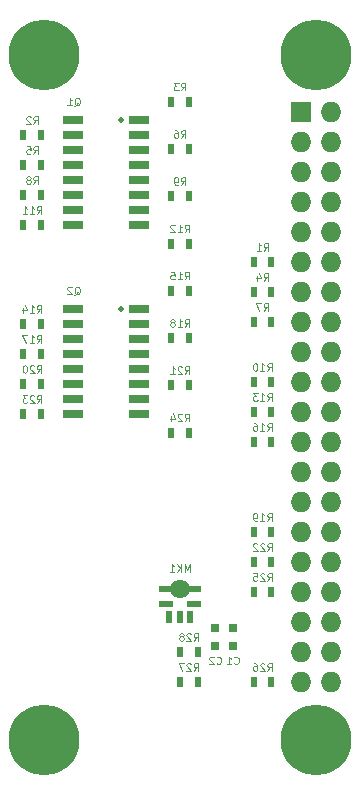
<source format=gbs>
%TF.GenerationSoftware,KiCad,Pcbnew,(2017-03-19 revision 2637835)-master*%
%TF.CreationDate,2017-03-30T20:36:30+01:00*%
%TF.ProjectId,kicad-rtep-audio-spectrum-analyser,6B696361642D727465702D617564696F,1.0.0*%
%TF.FileFunction,Soldermask,Bot*%
%TF.FilePolarity,Negative*%
%FSLAX46Y46*%
G04 Gerber Fmt 4.6, Leading zero omitted, Abs format (unit mm)*
G04 Created by KiCad (PCBNEW (2017-03-19 revision 2637835)-master) date Thursday, 30 March 2017 20:36:30*
%MOMM*%
%LPD*%
G01*
G04 APERTURE LIST*
%ADD10C,0.203200*%
%ADD11C,0.101600*%
%ADD12R,1.200000X0.522000*%
%ADD13R,0.600000X1.044000*%
%ADD14C,1.624000*%
%ADD15C,0.500000*%
%ADD16R,1.750000X0.650000*%
%ADD17R,0.500000X0.900000*%
%ADD18C,6.000000*%
%ADD19R,0.750000X0.800000*%
%ADD20O,1.727200X1.727200*%
%ADD21R,1.727200X1.727200*%
G04 APERTURE END LIST*
D10*
%TO.C,MK1*%
D11*
X831547Y-14787261D02*
X831547Y-14152261D01*
X619880Y-14605833D01*
X408214Y-14152261D01*
X408214Y-14787261D01*
X105833Y-14787261D02*
X105833Y-14152261D01*
X-257024Y-14787261D02*
X15119Y-14424404D01*
X-257024Y-14152261D02*
X105833Y-14515119D01*
X-861786Y-14787261D02*
X-498929Y-14787261D01*
X-680358Y-14787261D02*
X-680358Y-14152261D01*
X-619881Y-14242976D01*
X-559405Y-14303452D01*
X-498929Y-14333690D01*
%TO.C,Q1*%
X-8939524Y24652262D02*
X-8879048Y24682500D01*
X-8818572Y24742977D01*
X-8727858Y24833691D01*
X-8667381Y24863929D01*
X-8606905Y24863929D01*
X-8637143Y24712739D02*
X-8576667Y24742977D01*
X-8516191Y24803453D01*
X-8485953Y24924405D01*
X-8485953Y25136072D01*
X-8516191Y25257024D01*
X-8576667Y25317500D01*
X-8637143Y25347739D01*
X-8758096Y25347739D01*
X-8818572Y25317500D01*
X-8879048Y25257024D01*
X-8909286Y25136072D01*
X-8909286Y24924405D01*
X-8879048Y24803453D01*
X-8818572Y24742977D01*
X-8758096Y24712739D01*
X-8637143Y24712739D01*
X-9514048Y24712739D02*
X-9151191Y24712739D01*
X-9332620Y24712739D02*
X-9332620Y25347739D01*
X-9272143Y25257024D01*
X-9211667Y25196548D01*
X-9151191Y25166310D01*
%TO.C,Q2*%
X-8939524Y8652262D02*
X-8879048Y8682500D01*
X-8818572Y8742977D01*
X-8727858Y8833691D01*
X-8667381Y8863929D01*
X-8606905Y8863929D01*
X-8637143Y8712739D02*
X-8576667Y8742977D01*
X-8516191Y8803453D01*
X-8485953Y8924405D01*
X-8485953Y9136072D01*
X-8516191Y9257024D01*
X-8576667Y9317500D01*
X-8637143Y9347739D01*
X-8758096Y9347739D01*
X-8818572Y9317500D01*
X-8879048Y9257024D01*
X-8909286Y9136072D01*
X-8909286Y8924405D01*
X-8879048Y8803453D01*
X-8818572Y8742977D01*
X-8758096Y8712739D01*
X-8637143Y8712739D01*
X-9151191Y9287262D02*
X-9181429Y9317500D01*
X-9241905Y9347739D01*
X-9393096Y9347739D01*
X-9453572Y9317500D01*
X-9483810Y9287262D01*
X-9514048Y9226786D01*
X-9514048Y9166310D01*
X-9483810Y9075596D01*
X-9120953Y8712739D01*
X-9514048Y8712739D01*
%TO.C,R1*%
X7105833Y12392739D02*
X7317500Y12695120D01*
X7468690Y12392739D02*
X7468690Y13027739D01*
X7226785Y13027739D01*
X7166309Y12997500D01*
X7136071Y12967262D01*
X7105833Y12906786D01*
X7105833Y12816072D01*
X7136071Y12755596D01*
X7166309Y12725358D01*
X7226785Y12695120D01*
X7468690Y12695120D01*
X6501071Y12392739D02*
X6863928Y12392739D01*
X6682500Y12392739D02*
X6682500Y13027739D01*
X6742976Y12937024D01*
X6803452Y12876548D01*
X6863928Y12846310D01*
%TO.C,R2*%
X-12394167Y23137739D02*
X-12182500Y23440120D01*
X-12031310Y23137739D02*
X-12031310Y23772739D01*
X-12273215Y23772739D01*
X-12333691Y23742500D01*
X-12363929Y23712262D01*
X-12394167Y23651786D01*
X-12394167Y23561072D01*
X-12363929Y23500596D01*
X-12333691Y23470358D01*
X-12273215Y23440120D01*
X-12031310Y23440120D01*
X-12636072Y23712262D02*
X-12666310Y23742500D01*
X-12726786Y23772739D01*
X-12877977Y23772739D01*
X-12938453Y23742500D01*
X-12968691Y23712262D01*
X-12998929Y23651786D01*
X-12998929Y23591310D01*
X-12968691Y23500596D01*
X-12605834Y23137739D01*
X-12998929Y23137739D01*
%TO.C,R3*%
X105833Y25962739D02*
X317500Y26265120D01*
X468690Y25962739D02*
X468690Y26597739D01*
X226785Y26597739D01*
X166309Y26567500D01*
X136071Y26537262D01*
X105833Y26476786D01*
X105833Y26386072D01*
X136071Y26325596D01*
X166309Y26295358D01*
X226785Y26265120D01*
X468690Y26265120D01*
X-105834Y26597739D02*
X-498929Y26597739D01*
X-287262Y26355834D01*
X-377977Y26355834D01*
X-438453Y26325596D01*
X-468691Y26295358D01*
X-498929Y26234881D01*
X-498929Y26083691D01*
X-468691Y26023215D01*
X-438453Y25992977D01*
X-377977Y25962739D01*
X-196548Y25962739D01*
X-136072Y25992977D01*
X-105834Y26023215D01*
%TO.C,R4*%
X7105833Y9852739D02*
X7317500Y10155120D01*
X7468690Y9852739D02*
X7468690Y10487739D01*
X7226785Y10487739D01*
X7166309Y10457500D01*
X7136071Y10427262D01*
X7105833Y10366786D01*
X7105833Y10276072D01*
X7136071Y10215596D01*
X7166309Y10185358D01*
X7226785Y10155120D01*
X7468690Y10155120D01*
X6561547Y10276072D02*
X6561547Y9852739D01*
X6712738Y10517977D02*
X6863928Y10064405D01*
X6470833Y10064405D01*
%TO.C,R5*%
X-12394167Y20597739D02*
X-12182500Y20900120D01*
X-12031310Y20597739D02*
X-12031310Y21232739D01*
X-12273215Y21232739D01*
X-12333691Y21202500D01*
X-12363929Y21172262D01*
X-12394167Y21111786D01*
X-12394167Y21021072D01*
X-12363929Y20960596D01*
X-12333691Y20930358D01*
X-12273215Y20900120D01*
X-12031310Y20900120D01*
X-12968691Y21232739D02*
X-12666310Y21232739D01*
X-12636072Y20930358D01*
X-12666310Y20960596D01*
X-12726786Y20990834D01*
X-12877977Y20990834D01*
X-12938453Y20960596D01*
X-12968691Y20930358D01*
X-12998929Y20869881D01*
X-12998929Y20718691D01*
X-12968691Y20658215D01*
X-12938453Y20627977D01*
X-12877977Y20597739D01*
X-12726786Y20597739D01*
X-12666310Y20627977D01*
X-12636072Y20658215D01*
%TO.C,R6*%
X105833Y21962739D02*
X317500Y22265120D01*
X468690Y21962739D02*
X468690Y22597739D01*
X226785Y22597739D01*
X166309Y22567500D01*
X136071Y22537262D01*
X105833Y22476786D01*
X105833Y22386072D01*
X136071Y22325596D01*
X166309Y22295358D01*
X226785Y22265120D01*
X468690Y22265120D01*
X-438453Y22597739D02*
X-317500Y22597739D01*
X-257024Y22567500D01*
X-226786Y22537262D01*
X-166310Y22446548D01*
X-136072Y22325596D01*
X-136072Y22083691D01*
X-166310Y22023215D01*
X-196548Y21992977D01*
X-257024Y21962739D01*
X-377977Y21962739D01*
X-438453Y21992977D01*
X-468691Y22023215D01*
X-498929Y22083691D01*
X-498929Y22234881D01*
X-468691Y22295358D01*
X-438453Y22325596D01*
X-377977Y22355834D01*
X-257024Y22355834D01*
X-196548Y22325596D01*
X-166310Y22295358D01*
X-136072Y22234881D01*
%TO.C,R7*%
X7105833Y7312739D02*
X7317500Y7615120D01*
X7468690Y7312739D02*
X7468690Y7947739D01*
X7226785Y7947739D01*
X7166309Y7917500D01*
X7136071Y7887262D01*
X7105833Y7826786D01*
X7105833Y7736072D01*
X7136071Y7675596D01*
X7166309Y7645358D01*
X7226785Y7615120D01*
X7468690Y7615120D01*
X6894166Y7947739D02*
X6470833Y7947739D01*
X6742976Y7312739D01*
%TO.C,R8*%
X-12394167Y18057739D02*
X-12182500Y18360120D01*
X-12031310Y18057739D02*
X-12031310Y18692739D01*
X-12273215Y18692739D01*
X-12333691Y18662500D01*
X-12363929Y18632262D01*
X-12394167Y18571786D01*
X-12394167Y18481072D01*
X-12363929Y18420596D01*
X-12333691Y18390358D01*
X-12273215Y18360120D01*
X-12031310Y18360120D01*
X-12757024Y18420596D02*
X-12696548Y18450834D01*
X-12666310Y18481072D01*
X-12636072Y18541548D01*
X-12636072Y18571786D01*
X-12666310Y18632262D01*
X-12696548Y18662500D01*
X-12757024Y18692739D01*
X-12877977Y18692739D01*
X-12938453Y18662500D01*
X-12968691Y18632262D01*
X-12998929Y18571786D01*
X-12998929Y18541548D01*
X-12968691Y18481072D01*
X-12938453Y18450834D01*
X-12877977Y18420596D01*
X-12757024Y18420596D01*
X-12696548Y18390358D01*
X-12666310Y18360120D01*
X-12636072Y18299643D01*
X-12636072Y18178691D01*
X-12666310Y18118215D01*
X-12696548Y18087977D01*
X-12757024Y18057739D01*
X-12877977Y18057739D01*
X-12938453Y18087977D01*
X-12968691Y18118215D01*
X-12998929Y18178691D01*
X-12998929Y18299643D01*
X-12968691Y18360120D01*
X-12938453Y18390358D01*
X-12877977Y18420596D01*
%TO.C,R9*%
X105833Y17962739D02*
X317500Y18265120D01*
X468690Y17962739D02*
X468690Y18597739D01*
X226785Y18597739D01*
X166309Y18567500D01*
X136071Y18537262D01*
X105833Y18476786D01*
X105833Y18386072D01*
X136071Y18325596D01*
X166309Y18295358D01*
X226785Y18265120D01*
X468690Y18265120D01*
X-196548Y17962739D02*
X-317500Y17962739D01*
X-377977Y17992977D01*
X-408215Y18023215D01*
X-468691Y18113929D01*
X-498929Y18234881D01*
X-498929Y18476786D01*
X-468691Y18537262D01*
X-438453Y18567500D01*
X-377977Y18597739D01*
X-257024Y18597739D01*
X-196548Y18567500D01*
X-166310Y18537262D01*
X-136072Y18476786D01*
X-136072Y18325596D01*
X-166310Y18265120D01*
X-196548Y18234881D01*
X-257024Y18204643D01*
X-377977Y18204643D01*
X-438453Y18234881D01*
X-468691Y18265120D01*
X-498929Y18325596D01*
%TO.C,R10*%
X7408214Y2232739D02*
X7619880Y2535120D01*
X7771071Y2232739D02*
X7771071Y2867739D01*
X7529166Y2867739D01*
X7468690Y2837500D01*
X7438452Y2807262D01*
X7408214Y2746786D01*
X7408214Y2656072D01*
X7438452Y2595596D01*
X7468690Y2565358D01*
X7529166Y2535120D01*
X7771071Y2535120D01*
X6803452Y2232739D02*
X7166309Y2232739D01*
X6984880Y2232739D02*
X6984880Y2867739D01*
X7045357Y2777024D01*
X7105833Y2716548D01*
X7166309Y2686310D01*
X6410357Y2867739D02*
X6349880Y2867739D01*
X6289404Y2837500D01*
X6259166Y2807262D01*
X6228928Y2746786D01*
X6198690Y2625834D01*
X6198690Y2474643D01*
X6228928Y2353691D01*
X6259166Y2293215D01*
X6289404Y2262977D01*
X6349880Y2232739D01*
X6410357Y2232739D01*
X6470833Y2262977D01*
X6501071Y2293215D01*
X6531309Y2353691D01*
X6561547Y2474643D01*
X6561547Y2625834D01*
X6531309Y2746786D01*
X6501071Y2807262D01*
X6470833Y2837500D01*
X6410357Y2867739D01*
%TO.C,R11*%
X-12091786Y15517739D02*
X-11880120Y15820120D01*
X-11728929Y15517739D02*
X-11728929Y16152739D01*
X-11970834Y16152739D01*
X-12031310Y16122500D01*
X-12061548Y16092262D01*
X-12091786Y16031786D01*
X-12091786Y15941072D01*
X-12061548Y15880596D01*
X-12031310Y15850358D01*
X-11970834Y15820120D01*
X-11728929Y15820120D01*
X-12696548Y15517739D02*
X-12333691Y15517739D01*
X-12515120Y15517739D02*
X-12515120Y16152739D01*
X-12454643Y16062024D01*
X-12394167Y16001548D01*
X-12333691Y15971310D01*
X-13301310Y15517739D02*
X-12938453Y15517739D01*
X-13119881Y15517739D02*
X-13119881Y16152739D01*
X-13059405Y16062024D01*
X-12998929Y16001548D01*
X-12938453Y15971310D01*
%TO.C,R12*%
X408214Y13962739D02*
X619880Y14265120D01*
X771071Y13962739D02*
X771071Y14597739D01*
X529166Y14597739D01*
X468690Y14567500D01*
X438452Y14537262D01*
X408214Y14476786D01*
X408214Y14386072D01*
X438452Y14325596D01*
X468690Y14295358D01*
X529166Y14265120D01*
X771071Y14265120D01*
X-196548Y13962739D02*
X166309Y13962739D01*
X-15120Y13962739D02*
X-15120Y14597739D01*
X45357Y14507024D01*
X105833Y14446548D01*
X166309Y14416310D01*
X-438453Y14537262D02*
X-468691Y14567500D01*
X-529167Y14597739D01*
X-680358Y14597739D01*
X-740834Y14567500D01*
X-771072Y14537262D01*
X-801310Y14476786D01*
X-801310Y14416310D01*
X-771072Y14325596D01*
X-408215Y13962739D01*
X-801310Y13962739D01*
%TO.C,R13*%
X7408214Y-307261D02*
X7619880Y-4880D01*
X7771071Y-307261D02*
X7771071Y327739D01*
X7529166Y327739D01*
X7468690Y297500D01*
X7438452Y267262D01*
X7408214Y206786D01*
X7408214Y116072D01*
X7438452Y55596D01*
X7468690Y25358D01*
X7529166Y-4880D01*
X7771071Y-4880D01*
X6803452Y-307261D02*
X7166309Y-307261D01*
X6984880Y-307261D02*
X6984880Y327739D01*
X7045357Y237024D01*
X7105833Y176548D01*
X7166309Y146310D01*
X6591785Y327739D02*
X6198690Y327739D01*
X6410357Y85834D01*
X6319642Y85834D01*
X6259166Y55596D01*
X6228928Y25358D01*
X6198690Y-35119D01*
X6198690Y-186309D01*
X6228928Y-246785D01*
X6259166Y-277023D01*
X6319642Y-307261D01*
X6501071Y-307261D01*
X6561547Y-277023D01*
X6591785Y-246785D01*
%TO.C,R14*%
X-12091786Y7137739D02*
X-11880120Y7440120D01*
X-11728929Y7137739D02*
X-11728929Y7772739D01*
X-11970834Y7772739D01*
X-12031310Y7742500D01*
X-12061548Y7712262D01*
X-12091786Y7651786D01*
X-12091786Y7561072D01*
X-12061548Y7500596D01*
X-12031310Y7470358D01*
X-11970834Y7440120D01*
X-11728929Y7440120D01*
X-12696548Y7137739D02*
X-12333691Y7137739D01*
X-12515120Y7137739D02*
X-12515120Y7772739D01*
X-12454643Y7682024D01*
X-12394167Y7621548D01*
X-12333691Y7591310D01*
X-13240834Y7561072D02*
X-13240834Y7137739D01*
X-13089643Y7802977D02*
X-12938453Y7349405D01*
X-13331548Y7349405D01*
%TO.C,R15*%
X408214Y9962739D02*
X619880Y10265120D01*
X771071Y9962739D02*
X771071Y10597739D01*
X529166Y10597739D01*
X468690Y10567500D01*
X438452Y10537262D01*
X408214Y10476786D01*
X408214Y10386072D01*
X438452Y10325596D01*
X468690Y10295358D01*
X529166Y10265120D01*
X771071Y10265120D01*
X-196548Y9962739D02*
X166309Y9962739D01*
X-15120Y9962739D02*
X-15120Y10597739D01*
X45357Y10507024D01*
X105833Y10446548D01*
X166309Y10416310D01*
X-771072Y10597739D02*
X-468691Y10597739D01*
X-438453Y10295358D01*
X-468691Y10325596D01*
X-529167Y10355834D01*
X-680358Y10355834D01*
X-740834Y10325596D01*
X-771072Y10295358D01*
X-801310Y10234881D01*
X-801310Y10083691D01*
X-771072Y10023215D01*
X-740834Y9992977D01*
X-680358Y9962739D01*
X-529167Y9962739D01*
X-468691Y9992977D01*
X-438453Y10023215D01*
%TO.C,R16*%
X7408214Y-2847261D02*
X7619880Y-2544880D01*
X7771071Y-2847261D02*
X7771071Y-2212261D01*
X7529166Y-2212261D01*
X7468690Y-2242500D01*
X7438452Y-2272738D01*
X7408214Y-2333214D01*
X7408214Y-2423928D01*
X7438452Y-2484404D01*
X7468690Y-2514642D01*
X7529166Y-2544880D01*
X7771071Y-2544880D01*
X6803452Y-2847261D02*
X7166309Y-2847261D01*
X6984880Y-2847261D02*
X6984880Y-2212261D01*
X7045357Y-2302976D01*
X7105833Y-2363452D01*
X7166309Y-2393690D01*
X6259166Y-2212261D02*
X6380119Y-2212261D01*
X6440595Y-2242500D01*
X6470833Y-2272738D01*
X6531309Y-2363452D01*
X6561547Y-2484404D01*
X6561547Y-2726309D01*
X6531309Y-2786785D01*
X6501071Y-2817023D01*
X6440595Y-2847261D01*
X6319642Y-2847261D01*
X6259166Y-2817023D01*
X6228928Y-2786785D01*
X6198690Y-2726309D01*
X6198690Y-2575119D01*
X6228928Y-2514642D01*
X6259166Y-2484404D01*
X6319642Y-2454166D01*
X6440595Y-2454166D01*
X6501071Y-2484404D01*
X6531309Y-2514642D01*
X6561547Y-2575119D01*
%TO.C,R17*%
X-12091786Y4597739D02*
X-11880120Y4900120D01*
X-11728929Y4597739D02*
X-11728929Y5232739D01*
X-11970834Y5232739D01*
X-12031310Y5202500D01*
X-12061548Y5172262D01*
X-12091786Y5111786D01*
X-12091786Y5021072D01*
X-12061548Y4960596D01*
X-12031310Y4930358D01*
X-11970834Y4900120D01*
X-11728929Y4900120D01*
X-12696548Y4597739D02*
X-12333691Y4597739D01*
X-12515120Y4597739D02*
X-12515120Y5232739D01*
X-12454643Y5142024D01*
X-12394167Y5081548D01*
X-12333691Y5051310D01*
X-12908215Y5232739D02*
X-13331548Y5232739D01*
X-13059405Y4597739D01*
%TO.C,R18*%
X408214Y5962739D02*
X619880Y6265120D01*
X771071Y5962739D02*
X771071Y6597739D01*
X529166Y6597739D01*
X468690Y6567500D01*
X438452Y6537262D01*
X408214Y6476786D01*
X408214Y6386072D01*
X438452Y6325596D01*
X468690Y6295358D01*
X529166Y6265120D01*
X771071Y6265120D01*
X-196548Y5962739D02*
X166309Y5962739D01*
X-15120Y5962739D02*
X-15120Y6597739D01*
X45357Y6507024D01*
X105833Y6446548D01*
X166309Y6416310D01*
X-559405Y6325596D02*
X-498929Y6355834D01*
X-468691Y6386072D01*
X-438453Y6446548D01*
X-438453Y6476786D01*
X-468691Y6537262D01*
X-498929Y6567500D01*
X-559405Y6597739D01*
X-680358Y6597739D01*
X-740834Y6567500D01*
X-771072Y6537262D01*
X-801310Y6476786D01*
X-801310Y6446548D01*
X-771072Y6386072D01*
X-740834Y6355834D01*
X-680358Y6325596D01*
X-559405Y6325596D01*
X-498929Y6295358D01*
X-468691Y6265120D01*
X-438453Y6204643D01*
X-438453Y6083691D01*
X-468691Y6023215D01*
X-498929Y5992977D01*
X-559405Y5962739D01*
X-680358Y5962739D01*
X-740834Y5992977D01*
X-771072Y6023215D01*
X-801310Y6083691D01*
X-801310Y6204643D01*
X-771072Y6265120D01*
X-740834Y6295358D01*
X-680358Y6325596D01*
%TO.C,R19*%
X7408214Y-10467261D02*
X7619880Y-10164880D01*
X7771071Y-10467261D02*
X7771071Y-9832261D01*
X7529166Y-9832261D01*
X7468690Y-9862500D01*
X7438452Y-9892738D01*
X7408214Y-9953214D01*
X7408214Y-10043928D01*
X7438452Y-10104404D01*
X7468690Y-10134642D01*
X7529166Y-10164880D01*
X7771071Y-10164880D01*
X6803452Y-10467261D02*
X7166309Y-10467261D01*
X6984880Y-10467261D02*
X6984880Y-9832261D01*
X7045357Y-9922976D01*
X7105833Y-9983452D01*
X7166309Y-10013690D01*
X6501071Y-10467261D02*
X6380119Y-10467261D01*
X6319642Y-10437023D01*
X6289404Y-10406785D01*
X6228928Y-10316071D01*
X6198690Y-10195119D01*
X6198690Y-9953214D01*
X6228928Y-9892738D01*
X6259166Y-9862500D01*
X6319642Y-9832261D01*
X6440595Y-9832261D01*
X6501071Y-9862500D01*
X6531309Y-9892738D01*
X6561547Y-9953214D01*
X6561547Y-10104404D01*
X6531309Y-10164880D01*
X6501071Y-10195119D01*
X6440595Y-10225357D01*
X6319642Y-10225357D01*
X6259166Y-10195119D01*
X6228928Y-10164880D01*
X6198690Y-10104404D01*
%TO.C,R20*%
X-12091786Y2057739D02*
X-11880120Y2360120D01*
X-11728929Y2057739D02*
X-11728929Y2692739D01*
X-11970834Y2692739D01*
X-12031310Y2662500D01*
X-12061548Y2632262D01*
X-12091786Y2571786D01*
X-12091786Y2481072D01*
X-12061548Y2420596D01*
X-12031310Y2390358D01*
X-11970834Y2360120D01*
X-11728929Y2360120D01*
X-12333691Y2632262D02*
X-12363929Y2662500D01*
X-12424405Y2692739D01*
X-12575596Y2692739D01*
X-12636072Y2662500D01*
X-12666310Y2632262D01*
X-12696548Y2571786D01*
X-12696548Y2511310D01*
X-12666310Y2420596D01*
X-12303453Y2057739D01*
X-12696548Y2057739D01*
X-13089643Y2692739D02*
X-13150120Y2692739D01*
X-13210596Y2662500D01*
X-13240834Y2632262D01*
X-13271072Y2571786D01*
X-13301310Y2450834D01*
X-13301310Y2299643D01*
X-13271072Y2178691D01*
X-13240834Y2118215D01*
X-13210596Y2087977D01*
X-13150120Y2057739D01*
X-13089643Y2057739D01*
X-13029167Y2087977D01*
X-12998929Y2118215D01*
X-12968691Y2178691D01*
X-12938453Y2299643D01*
X-12938453Y2450834D01*
X-12968691Y2571786D01*
X-12998929Y2632262D01*
X-13029167Y2662500D01*
X-13089643Y2692739D01*
%TO.C,R21*%
X408214Y1962739D02*
X619880Y2265120D01*
X771071Y1962739D02*
X771071Y2597739D01*
X529166Y2597739D01*
X468690Y2567500D01*
X438452Y2537262D01*
X408214Y2476786D01*
X408214Y2386072D01*
X438452Y2325596D01*
X468690Y2295358D01*
X529166Y2265120D01*
X771071Y2265120D01*
X166309Y2537262D02*
X136071Y2567500D01*
X75595Y2597739D01*
X-75596Y2597739D01*
X-136072Y2567500D01*
X-166310Y2537262D01*
X-196548Y2476786D01*
X-196548Y2416310D01*
X-166310Y2325596D01*
X196547Y1962739D01*
X-196548Y1962739D01*
X-801310Y1962739D02*
X-438453Y1962739D01*
X-619881Y1962739D02*
X-619881Y2597739D01*
X-559405Y2507024D01*
X-498929Y2446548D01*
X-438453Y2416310D01*
%TO.C,R22*%
X7408214Y-13007261D02*
X7619880Y-12704880D01*
X7771071Y-13007261D02*
X7771071Y-12372261D01*
X7529166Y-12372261D01*
X7468690Y-12402500D01*
X7438452Y-12432738D01*
X7408214Y-12493214D01*
X7408214Y-12583928D01*
X7438452Y-12644404D01*
X7468690Y-12674642D01*
X7529166Y-12704880D01*
X7771071Y-12704880D01*
X7166309Y-12432738D02*
X7136071Y-12402500D01*
X7075595Y-12372261D01*
X6924404Y-12372261D01*
X6863928Y-12402500D01*
X6833690Y-12432738D01*
X6803452Y-12493214D01*
X6803452Y-12553690D01*
X6833690Y-12644404D01*
X7196547Y-13007261D01*
X6803452Y-13007261D01*
X6561547Y-12432738D02*
X6531309Y-12402500D01*
X6470833Y-12372261D01*
X6319642Y-12372261D01*
X6259166Y-12402500D01*
X6228928Y-12432738D01*
X6198690Y-12493214D01*
X6198690Y-12553690D01*
X6228928Y-12644404D01*
X6591785Y-13007261D01*
X6198690Y-13007261D01*
%TO.C,R23*%
X-12091786Y-482261D02*
X-11880120Y-179880D01*
X-11728929Y-482261D02*
X-11728929Y152739D01*
X-11970834Y152739D01*
X-12031310Y122500D01*
X-12061548Y92262D01*
X-12091786Y31786D01*
X-12091786Y-58928D01*
X-12061548Y-119404D01*
X-12031310Y-149642D01*
X-11970834Y-179880D01*
X-11728929Y-179880D01*
X-12333691Y92262D02*
X-12363929Y122500D01*
X-12424405Y152739D01*
X-12575596Y152739D01*
X-12636072Y122500D01*
X-12666310Y92262D01*
X-12696548Y31786D01*
X-12696548Y-28690D01*
X-12666310Y-119404D01*
X-12303453Y-482261D01*
X-12696548Y-482261D01*
X-12908215Y152739D02*
X-13301310Y152739D01*
X-13089643Y-89166D01*
X-13180358Y-89166D01*
X-13240834Y-119404D01*
X-13271072Y-149642D01*
X-13301310Y-210119D01*
X-13301310Y-361309D01*
X-13271072Y-421785D01*
X-13240834Y-452023D01*
X-13180358Y-482261D01*
X-12998929Y-482261D01*
X-12938453Y-452023D01*
X-12908215Y-421785D01*
%TO.C,R24*%
X408214Y-2037261D02*
X619880Y-1734880D01*
X771071Y-2037261D02*
X771071Y-1402261D01*
X529166Y-1402261D01*
X468690Y-1432500D01*
X438452Y-1462738D01*
X408214Y-1523214D01*
X408214Y-1613928D01*
X438452Y-1674404D01*
X468690Y-1704642D01*
X529166Y-1734880D01*
X771071Y-1734880D01*
X166309Y-1462738D02*
X136071Y-1432500D01*
X75595Y-1402261D01*
X-75596Y-1402261D01*
X-136072Y-1432500D01*
X-166310Y-1462738D01*
X-196548Y-1523214D01*
X-196548Y-1583690D01*
X-166310Y-1674404D01*
X196547Y-2037261D01*
X-196548Y-2037261D01*
X-740834Y-1613928D02*
X-740834Y-2037261D01*
X-589643Y-1372023D02*
X-438453Y-1825595D01*
X-831548Y-1825595D01*
%TO.C,R25*%
X7408214Y-15547261D02*
X7619880Y-15244880D01*
X7771071Y-15547261D02*
X7771071Y-14912261D01*
X7529166Y-14912261D01*
X7468690Y-14942500D01*
X7438452Y-14972738D01*
X7408214Y-15033214D01*
X7408214Y-15123928D01*
X7438452Y-15184404D01*
X7468690Y-15214642D01*
X7529166Y-15244880D01*
X7771071Y-15244880D01*
X7166309Y-14972738D02*
X7136071Y-14942500D01*
X7075595Y-14912261D01*
X6924404Y-14912261D01*
X6863928Y-14942500D01*
X6833690Y-14972738D01*
X6803452Y-15033214D01*
X6803452Y-15093690D01*
X6833690Y-15184404D01*
X7196547Y-15547261D01*
X6803452Y-15547261D01*
X6228928Y-14912261D02*
X6531309Y-14912261D01*
X6561547Y-15214642D01*
X6531309Y-15184404D01*
X6470833Y-15154166D01*
X6319642Y-15154166D01*
X6259166Y-15184404D01*
X6228928Y-15214642D01*
X6198690Y-15275119D01*
X6198690Y-15426309D01*
X6228928Y-15486785D01*
X6259166Y-15517023D01*
X6319642Y-15547261D01*
X6470833Y-15547261D01*
X6531309Y-15517023D01*
X6561547Y-15486785D01*
%TO.C,R26*%
X7408214Y-23167261D02*
X7619880Y-22864880D01*
X7771071Y-23167261D02*
X7771071Y-22532261D01*
X7529166Y-22532261D01*
X7468690Y-22562500D01*
X7438452Y-22592738D01*
X7408214Y-22653214D01*
X7408214Y-22743928D01*
X7438452Y-22804404D01*
X7468690Y-22834642D01*
X7529166Y-22864880D01*
X7771071Y-22864880D01*
X7166309Y-22592738D02*
X7136071Y-22562500D01*
X7075595Y-22532261D01*
X6924404Y-22532261D01*
X6863928Y-22562500D01*
X6833690Y-22592738D01*
X6803452Y-22653214D01*
X6803452Y-22713690D01*
X6833690Y-22804404D01*
X7196547Y-23167261D01*
X6803452Y-23167261D01*
X6259166Y-22532261D02*
X6380119Y-22532261D01*
X6440595Y-22562500D01*
X6470833Y-22592738D01*
X6531309Y-22683452D01*
X6561547Y-22804404D01*
X6561547Y-23046309D01*
X6531309Y-23106785D01*
X6501071Y-23137023D01*
X6440595Y-23167261D01*
X6319642Y-23167261D01*
X6259166Y-23137023D01*
X6228928Y-23106785D01*
X6198690Y-23046309D01*
X6198690Y-22895119D01*
X6228928Y-22834642D01*
X6259166Y-22804404D01*
X6319642Y-22774166D01*
X6440595Y-22774166D01*
X6501071Y-22804404D01*
X6531309Y-22834642D01*
X6561547Y-22895119D01*
%TO.C,R27*%
X1158214Y-23167261D02*
X1369880Y-22864880D01*
X1521071Y-23167261D02*
X1521071Y-22532261D01*
X1279166Y-22532261D01*
X1218690Y-22562500D01*
X1188452Y-22592738D01*
X1158214Y-22653214D01*
X1158214Y-22743928D01*
X1188452Y-22804404D01*
X1218690Y-22834642D01*
X1279166Y-22864880D01*
X1521071Y-22864880D01*
X916309Y-22592738D02*
X886071Y-22562500D01*
X825595Y-22532261D01*
X674404Y-22532261D01*
X613928Y-22562500D01*
X583690Y-22592738D01*
X553452Y-22653214D01*
X553452Y-22713690D01*
X583690Y-22804404D01*
X946547Y-23167261D01*
X553452Y-23167261D01*
X341785Y-22532261D02*
X-81548Y-22532261D01*
X190595Y-23167261D01*
%TO.C,R28*%
X1158214Y-20627261D02*
X1369880Y-20324880D01*
X1521071Y-20627261D02*
X1521071Y-19992261D01*
X1279166Y-19992261D01*
X1218690Y-20022500D01*
X1188452Y-20052738D01*
X1158214Y-20113214D01*
X1158214Y-20203928D01*
X1188452Y-20264404D01*
X1218690Y-20294642D01*
X1279166Y-20324880D01*
X1521071Y-20324880D01*
X916309Y-20052738D02*
X886071Y-20022500D01*
X825595Y-19992261D01*
X674404Y-19992261D01*
X613928Y-20022500D01*
X583690Y-20052738D01*
X553452Y-20113214D01*
X553452Y-20173690D01*
X583690Y-20264404D01*
X946547Y-20627261D01*
X553452Y-20627261D01*
X190595Y-20264404D02*
X251071Y-20234166D01*
X281309Y-20203928D01*
X311547Y-20143452D01*
X311547Y-20113214D01*
X281309Y-20052738D01*
X251071Y-20022500D01*
X190595Y-19992261D01*
X69642Y-19992261D01*
X9166Y-20022500D01*
X-21072Y-20052738D01*
X-51310Y-20113214D01*
X-51310Y-20143452D01*
X-21072Y-20203928D01*
X9166Y-20234166D01*
X69642Y-20264404D01*
X190595Y-20264404D01*
X251071Y-20294642D01*
X281309Y-20324880D01*
X311547Y-20385357D01*
X311547Y-20506309D01*
X281309Y-20566785D01*
X251071Y-20597023D01*
X190595Y-20627261D01*
X69642Y-20627261D01*
X9166Y-20597023D01*
X-21072Y-20566785D01*
X-51310Y-20506309D01*
X-51310Y-20385357D01*
X-21072Y-20324880D01*
X9166Y-20294642D01*
X69642Y-20264404D01*
%TO.C,C1*%
X4605833Y-22546785D02*
X4636071Y-22577023D01*
X4726785Y-22607261D01*
X4787261Y-22607261D01*
X4877976Y-22577023D01*
X4938452Y-22516547D01*
X4968690Y-22456071D01*
X4998928Y-22335119D01*
X4998928Y-22244404D01*
X4968690Y-22123452D01*
X4938452Y-22062976D01*
X4877976Y-22002500D01*
X4787261Y-21972261D01*
X4726785Y-21972261D01*
X4636071Y-22002500D01*
X4605833Y-22032738D01*
X4001071Y-22607261D02*
X4363928Y-22607261D01*
X4182500Y-22607261D02*
X4182500Y-21972261D01*
X4242976Y-22062976D01*
X4303452Y-22123452D01*
X4363928Y-22153690D01*
%TO.C,C2*%
X3105833Y-22546785D02*
X3136071Y-22577023D01*
X3226785Y-22607261D01*
X3287261Y-22607261D01*
X3377976Y-22577023D01*
X3438452Y-22516547D01*
X3468690Y-22456071D01*
X3498928Y-22335119D01*
X3498928Y-22244404D01*
X3468690Y-22123452D01*
X3438452Y-22062976D01*
X3377976Y-22002500D01*
X3287261Y-21972261D01*
X3226785Y-21972261D01*
X3136071Y-22002500D01*
X3105833Y-22032738D01*
X2863928Y-22032738D02*
X2833690Y-22002500D01*
X2773214Y-21972261D01*
X2622023Y-21972261D01*
X2561547Y-22002500D01*
X2531309Y-22032738D01*
X2501071Y-22093214D01*
X2501071Y-22153690D01*
X2531309Y-22244404D01*
X2894166Y-22607261D01*
X2501071Y-22607261D01*
%TD*%
D12*
%TO.C,MK1*%
X1200000Y-16250000D03*
X-1200000Y-16250000D03*
X1200000Y-17502000D03*
X-1200000Y-17502000D03*
D13*
X900000Y-18585000D03*
X-900000Y-18585000D03*
X0Y-18585000D03*
D14*
X0Y-16250000D03*
%TD*%
D15*
%TO.C,Q1*%
X-4980000Y23445000D03*
D16*
X-9050000Y23445000D03*
X-9050000Y22175000D03*
X-9050000Y20905000D03*
X-9050000Y19635000D03*
X-9050000Y18365000D03*
X-9050000Y17095000D03*
X-9050000Y15825000D03*
X-9050000Y14555000D03*
X-3450000Y14555000D03*
X-3450000Y15825000D03*
X-3450000Y17095000D03*
X-3450000Y18365000D03*
X-3450000Y19635000D03*
X-3450000Y20905000D03*
X-3450000Y22175000D03*
X-3450000Y23445000D03*
%TD*%
D15*
%TO.C,Q2*%
X-4980000Y7445000D03*
D16*
X-9050000Y7445000D03*
X-9050000Y6175000D03*
X-9050000Y4905000D03*
X-9050000Y3635000D03*
X-9050000Y2365000D03*
X-9050000Y1095000D03*
X-9050000Y-175000D03*
X-9050000Y-1445000D03*
X-3450000Y-1445000D03*
X-3450000Y-175000D03*
X-3450000Y1095000D03*
X-3450000Y2365000D03*
X-3450000Y3635000D03*
X-3450000Y4905000D03*
X-3450000Y6175000D03*
X-3450000Y7445000D03*
%TD*%
D17*
%TO.C,R1*%
X6250000Y11430000D03*
X7750000Y11430000D03*
%TD*%
%TO.C,R2*%
X-11750000Y22175000D03*
X-13250000Y22175000D03*
%TD*%
%TO.C,R3*%
X750000Y25000000D03*
X-750000Y25000000D03*
%TD*%
%TO.C,R4*%
X6250000Y8890000D03*
X7750000Y8890000D03*
%TD*%
%TO.C,R5*%
X-11750000Y19635000D03*
X-13250000Y19635000D03*
%TD*%
%TO.C,R6*%
X750000Y21000000D03*
X-750000Y21000000D03*
%TD*%
%TO.C,R7*%
X6250000Y6350000D03*
X7750000Y6350000D03*
%TD*%
%TO.C,R8*%
X-11750000Y17095000D03*
X-13250000Y17095000D03*
%TD*%
%TO.C,R9*%
X750000Y17000000D03*
X-750000Y17000000D03*
%TD*%
%TO.C,R10*%
X6250000Y1270000D03*
X7750000Y1270000D03*
%TD*%
%TO.C,R11*%
X-11750000Y14555000D03*
X-13250000Y14555000D03*
%TD*%
%TO.C,R12*%
X750000Y13000000D03*
X-750000Y13000000D03*
%TD*%
%TO.C,R13*%
X6250000Y-1270000D03*
X7750000Y-1270000D03*
%TD*%
%TO.C,R14*%
X-11750000Y6175000D03*
X-13250000Y6175000D03*
%TD*%
%TO.C,R15*%
X750000Y9000000D03*
X-750000Y9000000D03*
%TD*%
%TO.C,R16*%
X6250000Y-3810000D03*
X7750000Y-3810000D03*
%TD*%
%TO.C,R17*%
X-11750000Y3635000D03*
X-13250000Y3635000D03*
%TD*%
%TO.C,R18*%
X750000Y5000000D03*
X-750000Y5000000D03*
%TD*%
%TO.C,R19*%
X6250000Y-11430000D03*
X7750000Y-11430000D03*
%TD*%
%TO.C,R20*%
X-11750000Y1095000D03*
X-13250000Y1095000D03*
%TD*%
%TO.C,R21*%
X750000Y1000000D03*
X-750000Y1000000D03*
%TD*%
%TO.C,R22*%
X6250000Y-13970000D03*
X7750000Y-13970000D03*
%TD*%
%TO.C,R23*%
X-11750000Y-1445000D03*
X-13250000Y-1445000D03*
%TD*%
%TO.C,R24*%
X750000Y-3000000D03*
X-750000Y-3000000D03*
%TD*%
%TO.C,R25*%
X7750000Y-16510000D03*
X6250000Y-16510000D03*
%TD*%
%TO.C,R26*%
X7750000Y-24130000D03*
X6250000Y-24130000D03*
%TD*%
%TO.C,R27*%
X0Y-24130000D03*
X1500000Y-24130000D03*
%TD*%
%TO.C,R28*%
X0Y-21590000D03*
X1500000Y-21590000D03*
%TD*%
D18*
%TO.C,MOUNTING-HOLE*%
X11500000Y-29000000D03*
%TD*%
%TO.C,MOUNTING-HOLE*%
X-11500000Y-29000000D03*
%TD*%
%TO.C,MOUNTING-HOLE*%
X-11500000Y29000000D03*
%TD*%
%TO.C,MOUNTING-HOLE*%
X11500000Y29000000D03*
%TD*%
D19*
%TO.C,C1*%
X4500000Y-19570000D03*
X4500000Y-21070000D03*
%TD*%
%TO.C,C2*%
X3000000Y-21070000D03*
X3000000Y-19570000D03*
%TD*%
D20*
%TO.C,P1*%
X12770000Y-24130000D03*
X10230000Y-24130000D03*
X12770000Y-21590000D03*
X10230000Y-21590000D03*
X12770000Y-19050000D03*
X10230000Y-19050000D03*
X12770000Y-16510000D03*
X10230000Y-16510000D03*
X12770000Y-13970000D03*
X10230000Y-13970000D03*
X12770000Y-11430000D03*
X10230000Y-11430000D03*
X12770000Y-8890000D03*
X10230000Y-8890000D03*
X12770000Y-6350000D03*
X10230000Y-6350000D03*
X12770000Y-3810000D03*
X10230000Y-3810000D03*
X12770000Y-1270000D03*
X10230000Y-1270000D03*
X12770000Y1270000D03*
X10230000Y1270000D03*
X12770000Y3810000D03*
X10230000Y3810000D03*
X12770000Y6350000D03*
X10230000Y6350000D03*
X12770000Y8890000D03*
X10230000Y8890000D03*
X12770000Y11430000D03*
X10230000Y11430000D03*
X12770000Y13970000D03*
X10230000Y13970000D03*
X12770000Y16510000D03*
X10230000Y16510000D03*
X12770000Y19050000D03*
X10230000Y19050000D03*
X12770000Y21590000D03*
X10230000Y21590000D03*
X12770000Y24130000D03*
D21*
X10230000Y24130000D03*
%TD*%
M02*

</source>
